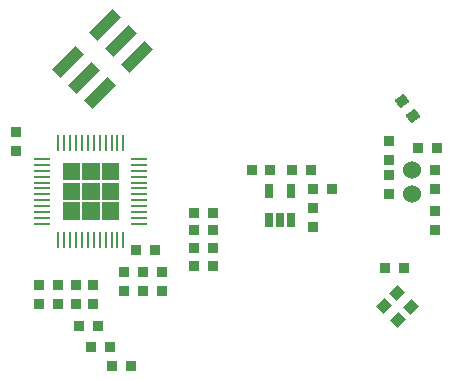
<source format=gbp>
G04*
G04 #@! TF.GenerationSoftware,Altium Limited,Altium Designer,20.0.7 (75)*
G04*
G04 Layer_Color=128*
%FSLAX44Y44*%
%MOMM*%
G71*
G01*
G75*
%ADD19R,0.9652X0.8636*%
%ADD20R,0.8636X0.9652*%
%ADD41C,1.5240*%
G04:AMPARAMS|DCode=96|XSize=2.8mm|YSize=1mm|CornerRadius=0mm|HoleSize=0mm|Usage=FLASHONLY|Rotation=45.000|XOffset=0mm|YOffset=0mm|HoleType=Round|Shape=Rectangle|*
%AMROTATEDRECTD96*
4,1,4,-0.6364,-1.3435,-1.3435,-0.6364,0.6364,1.3435,1.3435,0.6364,-0.6364,-1.3435,0.0*
%
%ADD96ROTATEDRECTD96*%

G04:AMPARAMS|DCode=97|XSize=0.8636mm|YSize=0.9652mm|CornerRadius=0mm|HoleSize=0mm|Usage=FLASHONLY|Rotation=135.000|XOffset=0mm|YOffset=0mm|HoleType=Round|Shape=Rectangle|*
%AMROTATEDRECTD97*
4,1,4,0.6466,0.0359,-0.0359,-0.6466,-0.6466,-0.0359,0.0359,0.6466,0.6466,0.0359,0.0*
%
%ADD97ROTATEDRECTD97*%

G04:AMPARAMS|DCode=98|XSize=0.8636mm|YSize=0.9652mm|CornerRadius=0mm|HoleSize=0mm|Usage=FLASHONLY|Rotation=125.000|XOffset=0mm|YOffset=0mm|HoleType=Round|Shape=Rectangle|*
%AMROTATEDRECTD98*
4,1,4,0.6430,-0.0769,-0.1477,-0.6305,-0.6430,0.0769,0.1477,0.6305,0.6430,-0.0769,0.0*
%
%ADD98ROTATEDRECTD98*%

%ADD99R,1.4732X0.2286*%
%ADD100R,0.2286X1.4732*%
%ADD102R,0.6500X1.2500*%
%ADD107R,0.0254X0.0254*%
G36*
X-97981Y29340D02*
X-112660D01*
Y44019D01*
X-97981D01*
Y29340D01*
D02*
G37*
G36*
X-114660D02*
X-129340D01*
Y44019D01*
X-114660D01*
Y29340D01*
D02*
G37*
G36*
X-131340D02*
X-146019D01*
Y44019D01*
X-131340D01*
Y29340D01*
D02*
G37*
G36*
X-97981Y12660D02*
X-112660D01*
Y27340D01*
X-97981D01*
Y12660D01*
D02*
G37*
G36*
X-114660D02*
X-129340D01*
Y27340D01*
X-114660D01*
Y12660D01*
D02*
G37*
G36*
X-131340D02*
X-146019D01*
Y27340D01*
X-131340D01*
Y12660D01*
D02*
G37*
G36*
X-97981Y-4019D02*
X-112660D01*
Y10660D01*
X-97981D01*
Y-4019D01*
D02*
G37*
G36*
X-114660D02*
X-129340D01*
Y10660D01*
X-114660D01*
Y-4019D01*
D02*
G37*
G36*
X-131340D02*
X-146019D01*
Y10660D01*
X-131340D01*
Y-4019D01*
D02*
G37*
D19*
X130000Y46999D02*
D03*
Y63001D02*
D03*
Y17999D02*
D03*
Y34001D02*
D03*
X-185000Y70001D02*
D03*
Y53999D02*
D03*
X-135000Y-58999D02*
D03*
Y-75001D02*
D03*
X66000Y-10001D02*
D03*
Y6001D02*
D03*
X169000Y3001D02*
D03*
Y-13001D02*
D03*
X169000Y21999D02*
D03*
Y38001D02*
D03*
X-78000Y-47999D02*
D03*
Y-64001D02*
D03*
X-166000Y-58999D02*
D03*
Y-75001D02*
D03*
X-150000Y-58999D02*
D03*
Y-75001D02*
D03*
X-120000Y-58999D02*
D03*
Y-75001D02*
D03*
X-94000Y-64001D02*
D03*
Y-47999D02*
D03*
X-62000Y-47999D02*
D03*
Y-64001D02*
D03*
D20*
X126999Y-45000D02*
D03*
X143001Y-45000D02*
D03*
X-35000Y2000D02*
D03*
X-18998D02*
D03*
X-115999Y-94000D02*
D03*
X-132001D02*
D03*
X-105999Y-112000D02*
D03*
X-122001D02*
D03*
X-87999Y-128000D02*
D03*
X-104001D02*
D03*
X-35000Y-13000D02*
D03*
X-18998D02*
D03*
X-18999Y-43000D02*
D03*
X-35001D02*
D03*
X-67999Y-30000D02*
D03*
X-84001D02*
D03*
X-18998Y-28000D02*
D03*
X-35000D02*
D03*
X171001Y57000D02*
D03*
X154999D02*
D03*
X64000Y38000D02*
D03*
X47998D02*
D03*
X65999Y22000D02*
D03*
X82001D02*
D03*
X30001Y38000D02*
D03*
X13999D02*
D03*
D41*
X150000Y38000D02*
D03*
Y18000D02*
D03*
D96*
X-109879Y160991D02*
D03*
X-140991Y129879D02*
D03*
X-96444Y147556D02*
D03*
X-127556Y116444D02*
D03*
X-83009Y134121D02*
D03*
X-114121Y103009D02*
D03*
D97*
X137658Y-88658D02*
D03*
X126343Y-77342D02*
D03*
X137343Y-66342D02*
D03*
X148657Y-77658D02*
D03*
D98*
X141411Y96554D02*
D03*
X150589Y83446D02*
D03*
D99*
X-163148Y-7500D02*
D03*
Y-2500D02*
D03*
Y2500D02*
D03*
Y7500D02*
D03*
Y12500D02*
D03*
Y17500D02*
D03*
Y22500D02*
D03*
Y27500D02*
D03*
Y32500D02*
D03*
Y37500D02*
D03*
Y42500D02*
D03*
Y47500D02*
D03*
X-80852D02*
D03*
Y42500D02*
D03*
Y37500D02*
D03*
Y32500D02*
D03*
Y27500D02*
D03*
Y22500D02*
D03*
Y17500D02*
D03*
Y12500D02*
D03*
Y7500D02*
D03*
Y2500D02*
D03*
Y-2500D02*
D03*
Y-7500D02*
D03*
D100*
X-149500Y61148D02*
D03*
X-144500D02*
D03*
X-139500D02*
D03*
X-134500D02*
D03*
X-129500D02*
D03*
X-124500D02*
D03*
X-119500D02*
D03*
X-114500D02*
D03*
X-109500D02*
D03*
X-104500D02*
D03*
X-99500D02*
D03*
X-94500D02*
D03*
Y-21148D02*
D03*
X-99500D02*
D03*
X-104500D02*
D03*
X-109500D02*
D03*
X-114500D02*
D03*
X-119500D02*
D03*
X-124500D02*
D03*
X-129500D02*
D03*
X-134500D02*
D03*
X-139500D02*
D03*
X-144500D02*
D03*
X-149500D02*
D03*
D102*
X47400Y-4500D02*
D03*
X38000D02*
D03*
X28600D02*
D03*
Y20500D02*
D03*
X47400D02*
D03*
D107*
X-122000Y20000D02*
D03*
M02*

</source>
